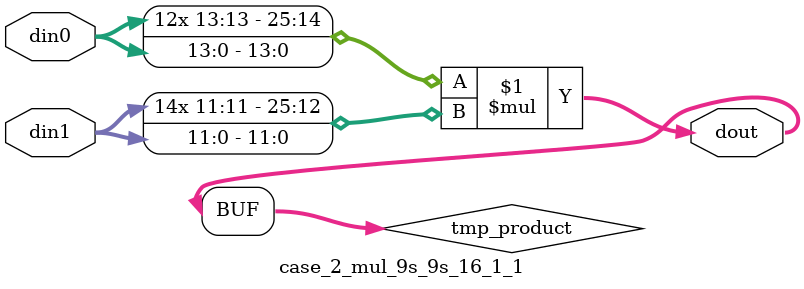
<source format=v>

`timescale 1 ns / 1 ps

 module case_2_mul_9s_9s_16_1_1(din0, din1, dout);
parameter ID = 1;
parameter NUM_STAGE = 0;
parameter din0_WIDTH = 14;
parameter din1_WIDTH = 12;
parameter dout_WIDTH = 26;

input [din0_WIDTH - 1 : 0] din0; 
input [din1_WIDTH - 1 : 0] din1; 
output [dout_WIDTH - 1 : 0] dout;

wire signed [dout_WIDTH - 1 : 0] tmp_product;



























assign tmp_product = $signed(din0) * $signed(din1);








assign dout = tmp_product;





















endmodule

</source>
